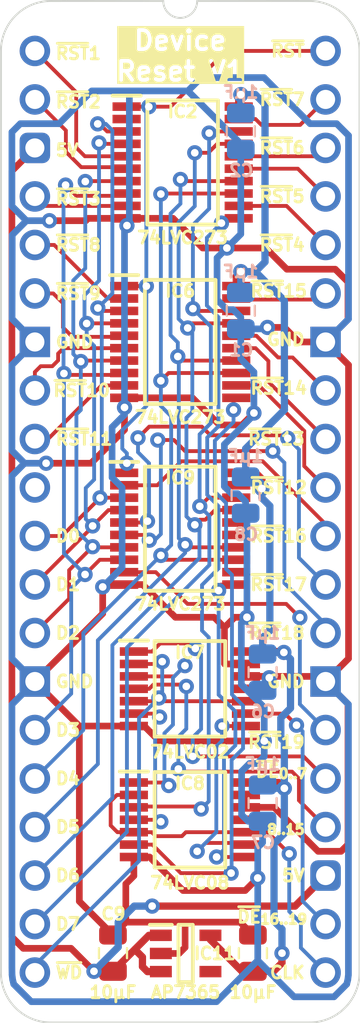
<source format=kicad_pcb>
(kicad_pcb (version 20240108) (generator "pcbnew") (generator_version "8.0")
  (title_block (title "Device Reset") (date "2024-02-15") (rev "V1"))
  (layers (0 "F.Cu" signal) (31 "B.Cu" signal) (34 "B.Paste" user) (35 "F.Paste" user) (36 "B.SilkS" user "B.Silkscreen") (37 "F.SilkS" user "F.Silkscreen") (38 "B.Mask" user) (39 "F.Mask" user) (44 "Edge.Cuts" user))
  (net 0 "")
  (net 1 "/3.3V")
  (net 2 "GND")
  (net 3 "5V")
  (net 4 "~{Reset}_{Device}3")
  (net 5 "D1")
  (net 6 "D6")
  (net 7 "D0")
  (net 8 "~{Reset}_{Device}2")
  (net 9 "~{Reset}_{Device}5")
  (net 10 "~{Reset}_{Device}6")
  (net 11 "~{Reset}")
  (net 13 "D3")
  (net 15 "D4")
  (net 16 "D2")
  (net 17 "~{Reset}_{Device}7")
  (net 18 "D5")
  (net 19 "~{Reset}_{Device}1")
  (net 20 "~{Reset}_{Device}4")
  (net 21 "D7")
  (net 22 "~{Reset}_{Device}9")
  (net 23 "~{Reset}_{Device}8")
  (net 24 "~{Reset}_{Device}10")
  (net 25 "~{Reset}_{Device}14")
  (net 26 "~{Reset}_{Device}12")
  (net 27 "~{Reset}_{Device}15")
  (net 28 "~{Reset}_{Device}13")
  (net 29 "~{Reset}_{Device}11")
  (net 30 "~{Device Enable}_{ 16..19}")
  (net 31 "~{WD}")
  (net 32 "~{Device Enable}_{ 1..7}")
  (net 33 "/Write Device Reset_{ 8..15}")
  (net 34 "/Write Device Reset_{ 16..19}")
  (net 37 "~{Device Enable}_{ 8..15}")
  (net 38 "~{CLK}")
  (net 39 "~{Reset}_{Device}16")
  (net 40 "~{Reset}_{Device}18")
  (net 46 "~{Reset}_{Device}19")
  (net 47 "/Write Device Reset_{ 1..7}")
  (net 48 "/Write Device Reset_{ 1..7}·~{CLK}")
  (net 49 "/Write Device Reset_{ 8..15}·~{CLK}")
  (net 50 "~{Reset}_{Device}17")
  (net 51 "/Write Device Reset_{ 16..19}·~{CLK}")
  (footprint "SamacSys_Parts:C_0805" (layer "F.Cu") (at 11.43 47.259085)
    (property "Reference" "C10" (hide yes))
    (property "Value" "10μF")
  )
  (footprint "SamacSys_Parts:SOT95P285X130-5N" (layer "F.Cu") (at 7.904 47.259085)
    (property "Reference" "IC11")
    (property "Value" "AP7365-33WG-7" (hide yes))
  )
  (footprint "SamacSys_Parts:SOP65P640X110-14N" (layer "F.Cu") (at 8.128 40.259)
    (property "Reference" "IC8")
    (property "Value" "74LVC08APW,112" (hide yes))
  )
  (footprint "SamacSys_Parts:SOP65P640X110-20N" (layer "F.Cu") (at 7.747 5.842)
    (property "Reference" "IC2")
    (property "Value" "74LVC273PW,118" (hide yes))
  )
  (footprint "SamacSys_Parts:DIP-40_Board_W15.24mm" (layer "F.Cu") (at 0 0)
    (property "Reference" "J4" (hide yes))
    (property "Value" "Conn_02x20_Counter_Clockwise" (hide yes))
    (fp_line (start -1.778 48.26) (end -1.778 0) (stroke (width 0.1)) (layer "Edge.Cuts"))
    (fp_line (start 6.731 -2.6162) (end 0.835732 -2.613732) (stroke (width 0.1)) (layer "Edge.Cuts"))
    (fp_line (start 14.404267 -2.613733) (end 8.509 -2.6162) (stroke (width 0.1)) (layer "Edge.Cuts"))
    (fp_line (start 14.404268 50.873732) (end 0.835733 50.873733) (stroke (width 0.1)) (layer "Edge.Cuts"))
    (fp_line (start 17.018 48.26) (end 17.017999 -0.000001) (stroke (width 0.1)) (layer "Edge.Cuts"))
    (fp_arc (start -1.778 0) (mid -1.012456 -1.848188) (end 0.835732 -2.613732) (stroke (width 0.1)) (layer "Edge.Cuts"))
    (fp_arc (start 0.835733 50.873733) (mid -1.012457 50.10819) (end -1.778 48.26) (stroke (width 0.1)) (layer "Edge.Cuts"))
    (fp_arc (start 8.509 -2.6162) (mid 7.62 -1.7272) (end 6.731 -2.6162) (stroke (width 0.1)) (layer "Edge.Cuts"))
    (fp_arc (start 14.404267 -2.613733) (mid 16.252448 -1.848183) (end 17.017999 -0.000001) (stroke (width 0.1)) (layer "Edge.Cuts"))
    (fp_arc (start 17.018 48.26) (mid 16.252456 50.108187) (end 14.404268 50.873732) (stroke (width 0.1)) (layer "Edge.Cuts"))
  )
  (footprint "SamacSys_Parts:C_0805" (layer "F.Cu") (at 4.094 47.259085)
    (property "Reference" "C9")
    (property "Value" "10μF")
  )
  (footprint "SamacSys_Parts:SOP65P640X110-20N" (layer "F.Cu") (at 7.62 15.24)
    (property "Reference" "IC6")
    (property "Value" "74LVC273PW,118" (hide yes))
  )
  (footprint "SamacSys_Parts:SOP65P640X110-20N" (layer "F.Cu") (at 7.62 25.019)
    (property "Reference" "IC9")
    (property "Value" "74LVC273PW,118" (hide yes))
  )
  (footprint "SamacSys_Parts:SOP65P640X110-14N" (layer "F.Cu") (at 8.128 33.401)
    (property "Reference" "IC7")
    (property "Value" "74LVC02APW,118" (hide yes))
  )
  (footprint "SamacSys_Parts:PinHeader_1x20_P2.54mm_Vertical" (layer "B.Cu") (at 15.24 0 180)
    (property "Reference" "J1" (hide yes))
    (property "Value" "Pin_Header_01x20" (hide yes))
  )
  (footprint "SamacSys_Parts:PinHeader_1x20_P2.54mm_Vertical" (layer "B.Cu") (at 0 0 180)
    (property "Reference" "J3" (hide yes))
    (property "Value" "Pin_Header_01x20" (hide yes))
  )
  (footprint "SamacSys_Parts:C_0805" (layer "B.Cu") (at 11.049 23.241)
    (property "Reference" "C8")
    (property "Value" "1μF")
  )
  (footprint "SamacSys_Parts:C_0805" (layer "B.Cu") (at 10.795 13.589)
    (property "Reference" "C1")
    (property "Value" "1μF")
  )
  (footprint "SamacSys_Parts:C_0805" (layer "B.Cu") (at 10.795 4.191)
    (property "Reference" "C2")
    (property "Value" "1μF")
  )
  (footprint "SamacSys_Parts:C_0805" (layer "B.Cu") (at 11.938 39.37)
    (property "Reference" "C7")
    (property "Value" "1μF")
  )
  (footprint "SamacSys_Parts:C_0805" (layer "B.Cu") (at 11.938 32.512)
    (property "Reference" "C6")
    (property "Value" "1μF")
  )
  (gr_text "~{RST}" (at 14.224 0 0) (layer "F.SilkS") (effects (font (size 0.635 0.635)) (justify right)))
  (gr_text "D1" (at 1.016 27.94 0) (layer "F.SilkS") (effects (font (size 0.635 0.635)) (justify left)))
  (gr_text "~{RST}6" (at 14.224 5.08 0) (layer "F.SilkS") (effects (font (size 0.635 0.635)) (justify right)))
  (gr_text "~{RST}14" (at 14.351 17.653 0) (layer "F.SilkS") (effects (font (size 0.635 0.635)) (justify right)))
  (gr_text "~{RST}8" (at 1.016 10.16 0) (layer "F.SilkS") (effects (font (size 0.635 0.635)) (justify left)))
  (gr_text "~{RST}1" (at 1.016 0.127 0) (layer "F.SilkS") (effects (font (size 0.635 0.635)) (justify left)))
  (gr_text "GND" (at 1.016 15.24 0) (layer "F.SilkS") (effects (font (size 0.635 0.635)) (justify left)))
  (gr_text "~{RST}7" (at 14.224 2.54 0) (layer "F.SilkS") (effects (font (size 0.635 0.635)) (justify right)))
  (gr_text "_{8..15}" (at 14.224 40.64 0) (layer "F.SilkS") (effects (font (size 0.635 0.635)) (justify right)))
  (gr_text "~{RST}4" (at 14.224 10.16 0) (layer "F.SilkS") (effects (font (size 0.635 0.635)) (justify right)))
  (gr_text "~{RST}15" (at 14.351 12.573 0) (layer "F.SilkS") (effects (font (size 0.635 0.635)) (justify right)))
  (gr_text "~{RST}12" (at 14.351 22.86 0) (layer "F.SilkS") (effects (font (size 0.635 0.635)) (justify right)))
  (gr_text "~{RST}5" (at 14.224 7.62 0) (layer "F.SilkS") (effects (font (size 0.635 0.635)) (justify right)))
  (gr_text "D3" (at 1.016 35.56 0) (layer "F.SilkS") (effects (font (size 0.635 0.635)) (justify left)))
  (gr_text "~{DE}_{0..7}" (at 14.351 37.719 0) (layer "F.SilkS") (effects (font (size 0.635 0.635)) (justify right)))
  (gr_text "GND" (at 14.224 33.02 0) (layer "F.SilkS") (effects (font (size 0.635 0.635)) (justify right)))
  (gr_text "~{RST}17" (at 14.351 27.94 0) (layer "F.SilkS") (effects (font (size 0.635 0.635)) (justify right)))
  (gr_text "D0" (at 1.016 25.4 0) (layer "F.SilkS") (effects (font (size 0.635 0.635)) (justify left)))
  (gr_text "~{WD}" (at 1.016 48.26 0) (layer "F.SilkS") (effects (font (size 0.635 0.635)) (justify left)))
  (gr_text "~{RST}13" (at 14.224 20.32 0) (layer "F.SilkS") (effects (font (size 0.635 0.635)) (justify right)))
  (gr_text "~{RST}9" (at 1.016 12.7 0) (layer "F.SilkS") (effects (font (size 0.635 0.635)) (justify left)))
  (gr_text "5V" (at 1.016 5.207 0) (layer "F.SilkS") (effects (font (size 0.635 0.635)) (justify left)))
  (gr_text "~{RST}3" (at 1.016 7.747 0) (layer "F.SilkS") (effects (font (size 0.635 0.635)) (justify left)))
  (gr_text "~{DE}_{16..19}" (at 14.351 45.339 0) (layer "F.SilkS") (effects (font (size 0.635 0.635)) (justify right)))
  (gr_text "CLK" (at 14.224 48.26 0) (layer "F.SilkS") (effects (font (size 0.635 0.635)) (justify right)))
  (gr_text "Device\nReset ${REVISION}" (at 7.62 1.651 0) (layer "F.SilkS" knockout) (effects (font (size 1 1) (thickness 0.2) (bold yes)) (justify bottom)))
  (gr_text "~{RST}19" (at 14.224 36.195 0) (layer "F.SilkS") (effects (font (size 0.635 0.635)) (justify right)))
  (gr_text "D5" (at 1.016 40.64 0) (layer "F.SilkS") (effects (font (size 0.635 0.635)) (justify left)))
  (gr_text "D2" (at 1.016 30.48 0) (layer "F.SilkS") (effects (font (size 0.635 0.635)) (justify left)))
  (gr_text "D4" (at 1.016 38.1 0) (layer "F.SilkS") (effects (font (size 0.635 0.635)) (justify left)))
  (gr_text "~{RST}11" (at 1.016 20.32 0) (layer "F.SilkS") (effects (font (size 0.635 0.635)) (justify left)))
  (gr_text "~{RST}10" (at 0.889 17.78 0) (layer "F.SilkS") (effects (font (size 0.635 0.635)) (justify left)))
  (gr_text "~{RST}18" (at 14.224 30.48 0) (layer "F.SilkS") (effects (font (size 0.635 0.635)) (justify right)))
  (gr_text "GND" (at 14.224 15.113 0) (layer "F.SilkS") (effects (font (size 0.635 0.635)) (justify right)))
  (gr_text "D6" (at 1.016 43.18 0) (layer "F.SilkS") (effects (font (size 0.635 0.635)) (justify left)))
  (gr_text "~{RST}2" (at 1.016 2.667 0) (layer "F.SilkS") (effects (font (size 0.635 0.635)) (justify left)))
  (gr_text "5V" (at 14.224 43.18 0) (layer "F.SilkS") (effects (font (size 0.635 0.635)) (justify right)))
  (gr_text "GND" (at 1.016 33.02 0) (layer "F.SilkS") (effects (font (size 0.635 0.635)) (justify left)))
  (gr_text "D7" (at 1.016 45.72 0) (layer "F.SilkS") (effects (font (size 0.635 0.635)) (justify left)))
  (gr_text "~{RST}16" (at 14.351 25.4 0) (layer "F.SilkS") (effects (font (size 0.635 0.635)) (justify right)))
  (segment (start 12.776411 38.309003) (end 11.066 38.309) (width 0.38) (layer "F.Cu") (net 1))
  (segment (start 13.053 31.496) (end 13.007999 31.451) (width 0.38) (layer "F.Cu") (net 1))
  (segment (start 10.795006 2.286) (end 10.685001 2.396006) (width 0.38) (layer "F.Cu") (net 1))
  (segment (start 10.558001 11.794) (end 10.795 11.557) (width 0.38) (layer "F.Cu") (net 1))
  (segment (start 13.007999 31.451) (end 11.066 31.451) (width 0.38) (layer "F.Cu") (net 1))
  (segment (start 12.954 47.244) (end 12.954 47.751999) (width 0.38) (layer "F.Cu") (net 1))
  (segment (start 9.204018 46.541991) (end 9.204 46.309085) (width 0.38) (layer "F.Cu") (net 1))
  (segment (start 11.90287 22.914427) (end 11.902878 22.418466) (width 0.38) (layer "F.Cu") (net 1))
  (segment (start 11.578396 22.094009) (end 10.558 22.094) (width 0.38) (layer "F.Cu") (net 1))
  (segment (start 10.85509 48.193071) (end 9.204018 46.541991) (width 0.38) (layer "F.Cu") (net 1))
  (segment (start 12.776411 38.309003) (end 13.078189 38.610775) (width 0.38) (layer "F.Cu") (net 1))
  (segment (start 10.685001 2.396006) (end 10.685 2.917) (width 0.38) (layer "F.Cu") (net 1))
  (segment (start 12.512916 48.193089) (end 11.623915 48.193085) (width 0.38) (layer "F.Cu") (net 1))
  (segment (start 12.954 47.751999) (end 12.512916 48.193089) (width 0.38) (layer "F.Cu") (net 1))
  (segment (start 10.558001 11.794) (end 10.558 12.315) (width 0.38) (layer "F.Cu") (net 1))
  (segment (start 10.85509 48.193071) (end 11.43 48.193085) (width 0.38) (layer "F.Cu") (net 1))
  (segment (start 11.578396 22.094009) (end 11.902878 22.418466) (width 0.38) (layer "F.Cu") (net 1))
  (via (at 11.90287 22.914427) (size 0.8) (drill 0.4) (layers "F.Cu" "B.Cu") (net 1))
  (via (at 13.053 31.496) (size 0.8) (drill 0.4) (layers "F.Cu" "B.Cu") (net 1))
  (via (at 13.078189 38.610775) (size 0.8) (drill 0.4) (layers "F.Cu" "B.Cu") (net 1))
  (via (at 10.795 11.557) (size 0.8) (drill 0.4) (layers "F.Cu" "B.Cu") (net 1))
  (via (at 10.795006 2.286) (size 0.8) (drill 0.4) (layers "F.Cu" "B.Cu") (net 1))
  (via (at 12.954 47.244) (size 0.8) (drill 0.4) (layers "F.Cu" "B.Cu") (net 1))
  (segment (start 11.048997 20.827999) (end 11.049 22.307) (width 0.38) (layer "B.Cu") (net 1))
  (segment (start 12.954 45.984108) (end 12.537492 45.5676) (width 0.38) (layer "B.Cu") (net 1))
  (segment (start 10.795006 2.286) (end 11.556999 2.286) (width 0.38) (layer "B.Cu") (net 1))
  (segment (start 12.893769 34.921919) (end 12.893743 35.966402) (width 0.38) (layer "B.Cu") (net 1))
  (segment (start 13.401363 31.844342) (end 13.401353 34.414315) (width 0.38) (layer "B.Cu") (net 1))
  (segment (start 11.811 11.303) (end 11.557001 11.557) (width 0.38) (layer "B.Cu") (net 1))
  (segment (start 12.954 47.244) (end 12.954 45.984108) (width 0.38) (layer "B.Cu") (net 1))
  (segment (start 11.90287 22.914427) (end 11.90289 23.40906) (width 0.38) (layer "B.Cu") (net 1))
  (segment (start 13.053 31.496) (end 12.319 31.496) (width 0.38) (layer "B.Cu") (net 1))
  (segment (start 12.319008 23.825197) (end 11.90289 23.40906) (width 0.38) (layer "B.Cu") (net 1))
  (segment (start 12.893769 34.921919) (end 13.401353 34.414315) (width 0.38) (layer "B.Cu") (net 1))
  (segment (start 11.557 11.557001) (end 10.795 11.557) (width 0.38) (layer "B.Cu") (net 1))
  (segment (start 10.795 11.557) (end 10.795 12.655) (width 0.38) (layer "B.Cu") (net 1))
  (segment (start 13.073451 38.608) (end 12.11 38.608) (width 0.38) (layer "B.Cu") (net 1))
  (segment (start 13.080999 13.081) (end 11.557 11.557001) (width 0.38) (layer "B.Cu") (net 1))
  (segment (start 13.078192 36.150838) (end 13.078189 38.610775) (width 0.38) (layer "B.Cu") (net 1))
  (segment (start 13.080999 13.081) (end 13.081 18.796) (width 0.38) (layer "B.Cu") (net 1))
  (segment (start 13.076801 38.609387) (end 13.075411 38.608004) (width 0.38) (layer "B.Cu") (net 1))
  (segment (start 11.938001 30.734) (end 11.938 31.578) (width 0.38) (layer "B.Cu") (net 1))
  (segment (start 13.073451 38.608) (end 13.075411 38.608004) (width 0.38) (layer "B.Cu") (net 1))
  (segment (start 13.078196 40.973013) (end 13.078189 38.610775) (width 0.38) (layer "B.Cu") (net 1))
  (segment (start 13.053 31.496) (end 13.401363 31.844342) (width 0.38) (layer "B.Cu") (net 1))
  (segment (start 13.081 18.796) (end 11.048997 20.827999) (width 0.38) (layer "B.Cu") (net 1))
  (segment (start 12.319008 23.825197) (end 12.319003 30.353001) (width 0.38) (layer "B.Cu") (net 1))
  (segment (start 10.795 2.286006) (end 10.795 3.257) (width 0.38) (layer "B.Cu") (net 1))
  (segment (start 12.064999 2.794) (end 12.065004 11.049001) (width 0.38) (layer "B.Cu") (net 1))
  (segment (start 12.065004 11.049001) (end 11.557001 11.557004) (width 0.38) (layer "B.Cu") (net 1))
  (segment (start 10.795 2.286006) (end 10.795006 2.286) (width 0.38) (layer "B.Cu") (net 1))
  (segment (start 13.076801 38.609387) (end 13.078189 38.610775) (width 0.38) (layer "B.Cu") (net 1))
  (segment (start 11.902857 22.671826) (end 11.538049 22.307) (width 0.38) (layer "B.Cu") (net 1))
  (segment (start 11.90287 22.914427) (end 11.902857 22.671826) (width 0.38) (layer "B.Cu") (net 1))
  (segment (start 12.064999 2.794) (end 11.556999 2.286) (width 0.38) (layer "B.Cu") (net 1))
  (segment (start 12.5375 41.513706) (end 13.078196 40.973013) (width 0.38) (layer "B.Cu") (net 1))
  (segment (start 11.938001 30.734) (end 12.319003 30.353001) (width 0.38) (layer "B.Cu") (net 1))
  (segment (start 13.078192 36.150838) (end 12.893743 35.966402) (width 0.38) (layer "B.Cu") (net 1))
  (segment (start 12.5375 41.513706) (end 12.537492 45.5676) (width 0.38) (layer "B.Cu") (net 1))
  (segment (start 16.415 14.064999) (end 16.414999 12.097) (width 0.35) (layer "F.Cu") (net 2))
  (segment (start 9.9385 32.083928) (end 9.938512 32.090994) (width 0.35) (layer "F.Cu") (net 2))
  (segment (start 9.680001 19.585997) (end 10.857743 19.585995) (width 0.35) (layer "F.Cu") (net 2))
  (segment (start 15.24 33.02) (end 16.414999 34.195) (width 0.35) (layer "F.Cu") (net 2))
  (segment (start 16.414999 12.097) (end 15.747999 11.43) (width 0.35) (layer "F.Cu") (net 2))
  (segment (start 9.938499 30.1935) (end 10.475991 29.655979) (width 0.35) (layer "F.Cu") (net 2))
  (segment (start 2.331001 35.351) (end 5.19 35.351) (width 0.35) (layer "F.Cu") (net 2))
  (segment (start 12.547299 39.608999) (end 11.066 39.609) (width 0.35) (layer "F.Cu") (net 2))
  (segment (start 10.755998 45.61909) (end 7.874003 45.619082) (width 0.35) (layer "F.Cu") (net 2))
  (segment (start 4.431 45.956085) (end 4.767995 45.619083) (width 0.35) (layer "F.Cu") (net 2))
  (segment (start 11.027651 43.963365) (end 7.768352 43.963354) (width 0.35) (layer "F.Cu") (net 2))
  (segment (start 4.699 18.669) (end 4.699 19.837399) (width 0.35) (layer "F.Cu") (net 2))
  (segment (start 7.558989 47.25906) (end 7.873997 46.944083) (width 0.35) (layer "F.Cu") (net 2))
  (segment (start 5.19 42.209) (end 5.19 43.196999) (width 0.35) (layer "F.Cu") (net 2))
  (segment (start 2.946398 21.590003) (end 0.589155 21.590002) (width 0.35) (layer "F.Cu") (net 2))
  (segment (start 4.094 46.293082) (end 2.331 44.530084) (width 0.35) (layer "F.Cu") (net 2))
  (segment (start 16.414999 34.195) (end 16.41501 41.551019) (width 0.35) (layer "F.Cu") (net 2))
  (segment (start 9.938499 30.1935) (end 9.9385 32.083928) (width 0.35) (layer "F.Cu") (net 2))
  (segment (start 12.024436 36.133844) (end 6.517444 36.133844) (width 0.35) (layer "F.Cu") (net 2))
  (segment (start 9.9435 32.096) (end 9.9485 32.100999) (width 0.35) (layer "F.Cu") (net 2))
  (segment (start 16.056015 41.91) (end 16.41501 41.551019) (width 0.35) (layer "F.Cu") (net 2))
  (segment (start 8.796252 10.320249) (end 10.066251 10.320251) (width 0.35) (layer "F.Cu") (net 2))
  (segment (start 6.013993 42.209013) (end 7.768352 43.963354) (width 0.35) (layer "F.Cu") (net 2))
  (segment (start 12.192 14.478) (end 13.081001 14.477995) (width 0.35) (layer "F.Cu") (net 2))
  (segment (start 12.360196 32.750994) (end 12.288473 32.822725) (width 0.35) (layer "F.Cu") (net 2))
  (segment (start 5.654 27.943998) (end 4.682 27.944) (width 0.35) (layer "F.Cu") (net 2))
  (segment (start 12.216756 32.750979) (end 12.288473 32.822725) (width 0.35) (layer "F.Cu") (net 2))
  (segment (start 9.9435 32.096) (end 9.938512 32.090994) (width 0.35) (layer "F.Cu") (net 2))
  (segment (start 13.843 15.239999) (end 13.081001 14.477995) (width 0.35) (layer "F.Cu") (net 2))
  (segment (start 2.946398 21.590003) (end 4.699 19.837399) (width 0.35) (layer "F.Cu") (net 2))
  (segment (start 2.331 35.350999) (end 0 33.02) (width 0.35) (layer "F.Cu") (net 2))
  (segment (start 4.094 46.293082) (end 4.768002 45.61909) (width 0.35) (layer "F.Cu") (net 2))
  (segment (start 16.442998 31.817) (end 15.24 33.02) (width 0.35) (layer "F.Cu") (net 2))
  (segment (start 2.794005 8.767011) (end 4.809 8.767) (width 0.35) (layer "F.Cu") (net 2))
  (segment (start 7.366004 29.655988) (end 5.654 27.943998) (width 0.35) (layer "F.Cu") (net 2))
  (segment (start 9.955571 32.101) (end 9.9485 32.100999) (width 0.35) (layer "F.Cu") (net 2))
  (segment (start 7.558989 47.25906) (end 6.604 47.259085) (width 0.35) (layer "F.Cu") (net 2))
  (segment (start 2.331 44.530084) (end 2.331 35.350999) (width 0.35) (layer "F.Cu") (net 2))
  (segment (start 3.556 28.067) (end 3.555997 29.463999) (width 0.35) (layer "F.Cu") (net 2))
  (segment (start 11.066 32.751) (end 11.066 32.101) (width 0.35) (layer "F.Cu") (net 2))
  (segment (start 11.066 39.609) (end 11.066 38.959) (width 0.35) (layer "F.Cu") (net 2))
  (segment (start 7.874003 45.619082) (end 4.767997 45.619087) (width 0.35) (layer "F.Cu") (net 2))
  (segment (start 12.216756 32.750979) (end 11.066 32.751) (width 0.35) (layer "F.Cu") (net 2))
  (segment (start 15.239991 15.239997) (end 16.442998 16.442999) (width 0.35) (layer "F.Cu") (net 2))
  (segment (start 16.442998 31.817) (end 16.442998 16.442999) (width 0.35) (layer "F.Cu") (net 2))
  (segment (start 9.400999 29.656) (end 9.938499 30.1935) (width 0.35) (layer "F.Cu") (net 2))
  (segment (start 7.874003 45.619082) (end 7.873997 46.944083) (width 0.35) (layer "F.Cu") (net 2))
  (segment (start 8.258999 18.165) (end 5.1945 18.165) (width 0.35) (layer "F.Cu") (net 2))
  (segment (start 12.098256 10.320236) (end 10.066251 10.320251) (width 0.35) (layer "F.Cu") (net 2))
  (segment (start 3.556 28.067) (end 3.679005 27.944011) (width 0.35) (layer "F.Cu") (net 2))
  (segment (start 13.843 15.239999) (end 15.239991 15.239997) (width 0.35) (layer "F.Cu") (net 2))
  (segment (start 10.475991 29.655979) (end 11.118506 29.656) (width 0.35) (layer "F.Cu") (net 2))
  (segment (start 10.857743 19.585995) (end 11.484185 18.959561) (width 0.35) (layer "F.Cu") (net 2))
  (segment (start 4.826 9.144) (end 4.826 8.784) (width 0.35) (layer "F.Cu") (net 2))
  (segment (start 7.366004 29.655988) (end 9.400999 29.656) (width 0.35) (layer "F.Cu") (net 2))
  (segment (start 10.755998 45.61909) (end 11.43 46.293085) (width 0.35) (layer "F.Cu") (net 2))
  (segment (start 2.794005 8.767011) (end 2.670999 8.89) (width 0.35) (layer "F.Cu") (net 2))
  (segment (start 4.681992 18.652003) (end 4.682 18.165) (width 0.35) (layer "F.Cu") (net 2))
  (segment (start 4.681992 18.652003) (end 4.699 18.669) (width 0.35) (layer "F.Cu") (net 2))
  (segment (start 16.415 14.064999) (end 15.239991 15.239997) (width 0.35) (layer "F.Cu") (net 2))
  (segment (start 9.680001 19.585997) (end 8.258999 18.165) (width 0.35) (layer "F.Cu") (net 2))
  (segment (start 11.066 32.101) (end 9.955571 32.101) (width 0.35) (layer "F.Cu") (net 2))
  (segment (start 2.670999 8.89) (end 0.762 8.89) (width 0.35) (layer "F.Cu") (net 2))
  (segment (start 11.683998 43.307002) (end 11.027651 43.963365) (width 0.35) (layer "F.Cu") (net 2))
  (segment (start 3.679005 27.944011) (end 4.682 27.944) (width 0.35) (layer "F.Cu") (net 2))
  (segment (start 7.242999 8.767) (end 8.796252 10.320249) (width 0.35) (layer "F.Cu") (net 2))
  (segment (start 6.517444 36.133844) (end 5.7346 35.351) (width 0.35) (layer "F.Cu") (net 2))
  (segment (start 12.360196 32.750994) (end 14.971 32.751) (width 0.35) (layer "F.Cu") (net 2))
  (segment (start 5.19 43.196999) (end 4.768001 43.619) (width 0.35) (layer "F.Cu") (net 2))
  (segment (start 7.242999 8.767) (end 4.809 8.767) (width 0.35) (layer "F.Cu") (net 2))
  (segment (start 12.547299 39.608999) (end 14.848288 41.910024) (width 0.35) (layer "F.Cu") (net 2))
  (segment (start 16.056015 41.91) (end 14.848288 41.910024) (width 0.35) (layer "F.Cu") (net 2))
  (segment (start 3.555997 29.463999) (end 0 33.02) (width 0.35) (layer "F.Cu") (net 2))
  (segment (start 4.768001 43.619) (end 4.767997 45.619087) (width 0.35) (layer "F.Cu") (net 2))
  (segment (start 5.19 42.209) (end 6.013993 42.209013) (width 0.35) (layer "F.Cu") (net 2))
  (segment (start 13.208006 11.429985) (end 12.098256 10.320236) (width 0.35) (layer "F.Cu") (net 2))
  (segment (start 15.747999 11.43) (end 13.208006 11.429985) (width 0.35) (layer "F.Cu") (net 2))
  (via (at 11.683998 43.307002) (size 0.8) (drill 0.4) (layers "F.Cu" "B.Cu") (net 2))
  (via (at 0.762 8.89) (size 0.8) (drill 0.4) (layers "F.Cu" "B.Cu") (net 2))
  (via (at 4.699 18.669) (size 0.8) (drill 0.4) (layers "F.Cu" "B.Cu") (net 2))
  (via (at 11.118506 29.656) (size 0.8) (drill 0.4) (layers "F.Cu" "B.Cu") (net 2))
  (via (at 10.066251 10.320251) (size 0.8) (drill 0.4) (layers "F.Cu" "B.Cu") (net 2))
  (via (at 12.024436 36.133844) (size 0.8) (drill 0.4) (layers "F.Cu" "B.Cu") (net 2))
  (via (at 0.589155 21.590002) (size 0.8) (drill 0.4) (layers "F.Cu" "B.Cu") (net 2))
  (via (at 4.826 9.144) (size 0.8) (drill 0.4) (layers "F.Cu" "B.Cu") (net 2))
  (via (at 11.484185 18.959561) (size 0.8) (drill 0.4) (layers "F.Cu" "B.Cu") (net 2))
  (via (at 12.192 14.478) (size 0.8) (drill 0.4) (layers "F.Cu" "B.Cu") (net 2))
  (via (at 3.556 28.067) (size 0.8) (drill 0.4) (layers "F.Cu" "B.Cu") (net 2))
  (via (at 12.288473 32.822725) (size 0.8) (drill 0.4) (layers "F.Cu" "B.Cu") (net 2))
  (segment (start 10.795 9.591501) (end 10.066251 10.320251) (width 0.35) (layer "B.Cu") (net 2))
  (segment (start -1.187999 9.637) (end -1.195499 14.029499) (width 0.35) (layer "B.Cu") (net 2))
  (segment (start 12.114987 14.554971) (end 12.192 14.478) (width 0.35) (layer "B.Cu") (net 2))
  (segment (start 4.699 19.05) (end 4.046992 19.702007) (width 0.35) (layer "B.Cu") (net 2))
  (segment (start 10.308193 23.181992) (end 10.634395 23.182011) (width 0.35) (layer "B.Cu") (net 2))
  (segment (start 10.794998 13.9446) (end 10.399301 13.548913) (width 0.35) (layer "B.Cu") (net 2))
  (segment (start 11.04899 23.596604) (end 10.634395 23.182011) (width 0.35) (layer "B.Cu") (net 2))
  (segment (start 10.838 39.9972) (end 11.1768 40.336) (width 0.35) (layer "B.Cu") (net 2))
  (segment (start -0.761999 3.810001) (end -1.202999 4.251001) (width 0.35) (layer "B.Cu") (net 2))
  (segment (start 10.795 14.555) (end 10.794998 13.9446) (width 0.35) (layer "B.Cu") (net 2))
  (segment (start 4.826 9.144) (end 4.699001 9.271) (width 0.35) (layer "B.Cu") (net 2))
  (segment (start 9.550386 10.836096) (end 10.066251 10.320251) (width 0.35) (layer "B.Cu") (net 2))
  (segment (start 10.82302 29.951486) (end 11.118506 29.656) (width 0.35) (layer "B.Cu") (net 2))
  (segment (start 1.269999 3.809998) (end -0.761999 3.810001) (width 0.35) (layer "B.Cu") (net 2))
  (segment (start -0.188737 49.783998) (end -1.107274 48.865461) (width 0.35) (layer "B.Cu") (net 2))
  (segment (start 11.683998 43.307002) (end 11.683998 41.706803) (width 0.35) (layer "B.Cu") (net 2))
  (segment (start -1.202998 22.253005) (end -0.539995 21.590002) (width 0.35) (layer "B.Cu") (net 2))
  (segment (start 15.8217 3.81) (end 16.442999 4.431298) (width 0.35) (layer "B.Cu") (net 2))
  (segment (start -1.202998 20.926998) (end -0.539996 21.59) (width 0.35) (layer "B.Cu") (net 2))
  (segment (start 12.024436 36.133844) (end 12.024436 36.946764) (width 0.35) (layer "B.Cu") (net 2))
  (segment (start 16.442998 14.037) (end 15.24 15.24) (width 0.35) (layer "B.Cu") (net 2))
  (segment (start 4.826 9.144) (end 4.953001 9.017) (width 0.35) (layer "B.Cu") (net 2))
  (segment (start 13.589001 49.529998) (end 11.683999 47.624997) (width 0.35) (layer "B.Cu") (net 2))
  (segment (start 11.6586 37.3126) (end 11.2522 37.3126) (width 0.35) (layer "B.Cu") (net 2))
  (segment (start 10.838 37.7268) (end 10.838 39.9972) (width 0.35) (layer "B.Cu") (net 2))
  (segment (start 12.014198 1.397002) (end 14.427193 3.810017) (width 0.35) (layer "B.Cu") (net 2))
  (segment (start -1.202998 22.253005) (end -1.202997 31.816999) (width 0.35) (layer "B.Cu") (net 2))
  (segment (start 16.436212 34.21622) (end 16.436216 48.378712) (width 0.35) (layer "B.Cu") (net 2))
  (segment (start 10.82302 33.174991) (end 10.82302 29.951486) (width 0.35) (layer "B.Cu") (net 2))
  (segment (start 8.149884 2.220346) (end 10.795 4.865462) (width 0.35) (layer "B.Cu") (net 2))
  (segment (start 11.1768 40.336) (end 11.938 40.336) (width 0.35) (layer "B.Cu") (net 2))
  (segment (start -1.196218 48.378696) (end -1.20227 48.010669) (width 0.35) (layer "B.Cu") (net 2))
  (segment (start 4.046992 22.334992) (end 4.572002 22.859999) (width 0.35) (layer "B.Cu") (net 2))
  (segment (start 10.073099 13.548894) (end 10.399301 13.548913) (width 0.35) (layer "B.Cu") (net 2))
  (segment (start 10.308193 23.181992) (end 9.934008 22.807806) (width 0.35) (layer "B.Cu") (net 2))
  (segment (start 12.014198 1.397002) (end 8.72353 1.396979) (width 0.35) (layer "B.Cu") (net 2))
  (segment (start 15.8217 3.81) (end 14.427193 3.810017) (width 0.35) (layer "B.Cu") (net 2))
  (segment (start 10.795 14.555) (end 10.794989 16.129004) (width 0.35) (layer "B.Cu") (net 2))
  (segment (start 10.795 9.591501) (end 10.795 5.157) (width 0.35) (layer "B.Cu") (net 2))
  (segment (start -1.202998 8.127998) (end -1.202999 4.251001) (width 0.35) (layer "B.Cu") (net 2))
  (segment (start 16.442999 4.431298) (end 16.442998 14.037) (width 0.35) (layer "B.Cu") (net 2))
  (segment (start 12.288473 32.822725) (end 11.938 33.173198) (width 0.35) (layer "B.Cu") (net 2))
  (segment (start -1.202997 31.816999) (end 0.000003 33.02) (width 0.35) (layer "B.Cu") (net 2))
  (segment (start -1.202998 8.127998) (end -0.440999 8.889999) (width 0.35) (layer "B.Cu") (net 2))
  (segment (start 10.794989 16.129004) (end 11.484189 16.818183) (width 0.35) (layer "B.Cu") (net 2))
  (segment (start 16.406088 48.626848) (end 16.347276 48.865459) (width 0.35) (layer "B.Cu") (net 2))
  (segment (start 2.9845 2.0955) (end 1.269999 3.809998) (width 0.35) (layer "B.Cu") (net 2))
  (segment (start 4.572 27.050999) (end 3.556 28.067) (width 0.35) (layer "B.Cu") (net 2))
  (segment (start -1.202998 20.926998) (end -1.202999 16.443) (width 0.35) (layer "B.Cu") (net 2))
  (segment (start 11.2522 37.3126) (end 10.838 37.7268) (width 0.35) (layer "B.Cu") (net 2))
  (segment (start 4.699 19.05) (end 4.699 18.669) (width 0.35) (layer "B.Cu") (net 2))
  (segment (start 0.589155 21.590002) (end -0.539996 21.590001) (width 0.35) (layer "B.Cu") (net 2))
  (segment (start -1.202999 34.223) (end 0.000003 33.02) (width 0.35) (layer "B.Cu") (net 2))
  (segment (start 12.024436 36.133844) (end 12.024436 34.376407) (width 0.35) (layer "B.Cu") (net 2))
  (segment (start 15.682742 49.530021) (end 13.589001 49.529998) (width 0.35) (layer "B.Cu") (net 2))
  (segment (start 16.436212 34.21622) (end 15.24 33.02) (width 0.35) (layer "B.Cu") (net 2))
  (segment (start 10.795 14.555) (end 12.114987 14.554971) (width 0.35) (layer "B.Cu") (net 2))
  (segment (start 11.484197 19.053784) (end 9.933994 20.603962) (width 0.35) (layer "B.Cu") (net 2))
  (segment (start 9.550404 13.026207) (end 9.550386 10.836096) (width 0.35) (layer "B.Cu") (net 2))
  (segment (start 9.524999 49.783997) (end 11.683999 47.624997) (width 0.35) (layer "B.Cu") (net 2))
  (segment (start 0 15.24) (end -1.195499 14.029499) (width 0.35) (layer "B.Cu") (net 2))
  (segment (start 12.024436 36.946764) (end 11.6586 37.3126) (width 0.35) (layer "B.Cu") (net 2))
  (segment (start 4.699001 9.271) (end 4.699 18.669) (width 0.35) (layer "B.Cu") (net 2))
  (segment (start 8.025047 2.095505) (end 8.72353 1.396979) (width 0.35) (layer "B.Cu") (net 2))
  (segment (start 11.118506 29.656) (end 11.118506 24.276506) (width 0.35) (layer "B.Cu") (net 2))
  (segment (start 11.683999 47.624997) (end 11.683999 43.307003) (width 0.35) (layer "B.Cu") (net 2))
  (segment (start 16.347276 48.865459) (end 16.347275 48.865461) (width 0.35) (layer "B.Cu") (net 2))
  (segment (start -1.166087 48.626848) (end -1.107274 48.865461) (width 0.35) (layer "B.Cu") (net 2))
  (segment (start 11.938001 41.4528) (end 11.938 40.336) (width 0.35) (layer "B.Cu") (net 2))
  (segment (start 9.934008 22.807806) (end 9.933994 20.603962) (width 0.35) (layer "B.Cu") (net 2))
  (segment (start -0.440999 8.889999) (end 0.762 8.89) (width 0.35) (layer "B.Cu") (net 2))
  (segment (start -0.188737 49.783998) (end 9.524999 49.783997) (width 0.35) (layer "B.Cu") (net 2))
  (segment (start 4.046992 22.334992) (end 4.046992 19.702007) (width 0.35) (layer "B.Cu") (net 2))
  (segment (start -1.187999 9.637) (end -0.440999 8.89) (width 0.35) (layer "B.Cu") (net 2))
  (segment (start 16.436216 48.378712) (end 16.406088 48.626848) (width 0.35) (layer "B.Cu") (net 2))
  (segment (start 11.484197 19.053784) (end 11.484185 18.959561) (width 0.35) (layer "B.Cu") (net 2))
  (segment (start 11.683999 43.307003) (end 11.683998 43.307002) (width 0.35) (layer "B.Cu") (net 2))
  (segment (start -1.202999 16.443) (end 0 15.24) (width 0.35) (layer "B.Cu") (net 2))
  (segment (start 11.683998 41.706803) (end 11.938001 41.4528) (width 0.35) (layer "B.Cu") (net 2))
  (segment (start 8.025047 2.095505) (end 8.149884 2.220346) (width 0.35) (layer "B.Cu") (net 2))
  (segment (start -1.202999 34.223) (end -1.20227 48.010669) (width 0.35) (layer "B.Cu") (net 2))
  (segment (start 16.347275 48.865461) (end 15.682742 49.530021) (width 0.35) (layer "B.Cu") (net 2))
  (segment (start 4.572 27.050999) (end 4.572002 22.859999) (width 0.35) (layer "B.Cu") (net 2))
  (segment (start 8.025047 2.095505) (end 2.9845 2.0955) (width 0.35) (layer "B.Cu") (net 2))
  (segment (start -1.196218 48.378696) (end -1.166087 48.626848) (width 0.35) (layer "B.Cu") (net 2))
  (segment (start 9.550404 13.026207) (end 10.073099 13.548894) (width 0.35) (layer "B.Cu") (net 2))
  (segment (start 4.953001 9.017) (end 4.953 2.0955) (width 0.35) (layer "B.Cu") (net 2))
  (segment (start 11.484185 18.959561) (end 11.484189 16.818183) (width 0.35) (layer "B.Cu") (net 2))
  (segment (start 11.04899 23.596604) (end 11.049 24.003001) (width 0.35) (layer "B.Cu") (net 2))
  (segment (start 12.024436 34.376407) (end 10.82302 33.174991) (width 0.35) (layer "B.Cu") (net 2))
  (segment (start 5.239342 47.047743) (end 5.638983 47.447408) (width 0.38) (layer "F.Cu") (net 3))
  (segment (start 13.640918 44.77909) (end 6.14791 44.779084) (width 0.38) (layer "F.Cu") (net 3))
  (segment (start 5.239342 47.047743) (end 5.978 46.309086) (width 0.38) (layer "F.Cu") (net 3))
  (segment (start 5.978 46.309086) (end 6.604 46.309085) (width 0.38) (layer "F.Cu") (net 3))
  (segment (start -1.202999 46.396599) (end -0.609599 46.989999) (width 0.35) (layer "F.Cu") (net 3))
  (segment (start 5.638983 47.447408) (end 5.638999 47.949085) (width 0.38) (layer "F.Cu") (net 3))
  (segment (start 1.895711 46.989999) (end 3.098796 48.193085) (width 0.35) (layer "F.Cu") (net 3))
  (segment (start -1.202999 6.283) (end 0 5.08) (width 0.35) (layer "F.Cu") (net 3))
  (segment (start 4.094 48.193085) (end 3.098796 48.193085) (width 0.38) (layer "F.Cu") (net 3))
  (segment (start -1.202999 6.283) (end -1.202999 46.396599) (width 0.35) (layer "F.Cu") (net 3))
  (segment (start 5.89901 48.209059) (end 6.604 48.209085) (width 0.38) (layer "F.Cu") (net 3))
  (segment (start -0.609599 46.989999) (end 1.895711 46.989999) (width 0.35) (layer "F.Cu") (net 3))
  (segment (start 5.89901 48.209059) (end 5.638999 47.949085) (width 0.38) (layer "F.Cu") (net 3))
  (segment (start 5.239342 47.047743) (end 4.094 48.193085) (width 0.38) (layer "F.Cu") (net 3))
  (segment (start 13.640918 44.77909) (end 15.24 43.18) (width 0.38) (layer "F.Cu") (net 3))
  (via (at 6.14791 44.779084) (size 0.8) (drill 0.4) (layers "F.Cu" "B.Cu") (net 3))
  (via (at 3.098796 48.193085) (size 0.8) (drill 0.4) (layers "F.Cu" "B.Cu") (net 3))
  (segment (start 4.3688 46.92308) (end 3.098796 48.193085) (width 0.38) (layer "B.Cu") (net 3))
  (segment (start 5.208114 44.779079) (end 4.368796 45.618399) (width 0.38) (layer "B.Cu") (net 3))
  (segment (start 6.14791 44.779084) (end 5.208114 44.779079) (width 0.38) (layer "B.Cu") (net 3))
  (segment (start 4.3688 46.92308) (end 4.368796 45.618399) (width 0.38) (layer "B.Cu") (net 3))
  (segment (start 0.497 8.116999) (end 4.809 8.117) (width 0.2) (layer "F.Cu") (net 4))
  (segment (start 0.497 8.116999) (end 0 7.62) (width 0.2) (layer "F.Cu") (net 4))
  (segment (start 2.727926 14.265) (end 2.722882 14.26499) (width 0.2) (layer "F.Cu") (net 5))
  (segment (start 2.719322 14.268564) (end 2.722882 14.26499) (width 0.2) (layer "F.Cu") (net 5))
  (segment (start 3.856422 24.043996) (end 4.682 24.044) (width 0.2) (layer "F.Cu") (net 5))
  (segment (start 3.413012 4.866996) (end 4.809 4.867) (width 0.2) (layer "F.Cu") (net 5))
  (segment (start 2.715758 14.272128) (end 2.719322 14.268564) (width 0.2) (layer "F.Cu") (net 5))
  (segment (start 3.028212 24.872212) (end 3.856422 24.043996) (width 0.2) (layer "F.Cu") (net 5))
  (segment (start 3.36301 4.817) (end 3.413012 4.866996) (width 0.2) (layer "F.Cu") (net 5))
  (segment (start 3.028212 24.911788) (end 0 27.94) (width 0.2) (layer "F.Cu") (net 5))
  (segment (start 2.727926 14.265) (end 4.682 14.265) (width 0.2) (layer "F.Cu") (net 5))
  (segment (start 3.028212 24.872212) (end 3.028212 24.911788) (width 0.2) (layer "F.Cu") (net 5))
  (via (at 2.715758 14.272128) (size 0.8) (drill 0.4) (layers "F.Cu" "B.Cu") (net 5))
  (via (at 3.028212 24.872212) (size 0.8) (drill 0.4) (layers "F.Cu" "B.Cu") (net 5))
  (via (at 3.36301 4.817) (size 0.8) (drill 0.4) (layers "F.Cu" "B.Cu") (net 5))
  (segment (start 2.601998 12.790399) (end 3.363008 12.029388) (width 0.2) (layer "B.Cu") (net 5))
  (segment (start 2.666994 24.511002) (end 2.666997 22.886049) (width 0.2) (layer "B.Cu") (net 5))
  (segment (start 2.602013 14.158364) (end 2.715758 14.272128) (width 0.2) (layer "B.Cu") (net 5))
  (segment (start 2.715758 15.051795) (end 3.107163 15.4432) (width 0.2) (layer "B.Cu") (net 5))
  (segment (start 3.107159 22.445886) (end 3.107163 15.4432) (width 0.2) (layer "B.Cu") (net 5))
  (segment (start 2.715758 14.272128) (end 2.715758 15.051795) (width 0.2) (layer "B.Cu") (net 5))
  (segment (start 3.028212 24.872212) (end 2.666994 24.511002) (width 0.2) (layer "B.Cu") (net 5))
  (segment (start 2.666997 22.886049) (end 3.107159 22.445886) (width 0.2) (layer "B.Cu") (net 5))
  (segment (start 3.36301 4.817) (end 3.363008 12.029388) (width 0.2) (layer "B.Cu") (net 5))
  (segment (start 2.601998 12.790399) (end 2.602013 14.158364) (width 0.2) (layer "B.Cu") (net 5))
  (segment (start 8.255555 14.264986) (end 10.558 14.265) (width 0.2) (layer "F.Cu") (net 6))
  (segment (start 8.935115 24.547774) (end 8.650726 24.547756) (width 0.2) (layer "F.Cu") (net 6))
  (segment (start 8.650726 24.547756) (end 8.385127 24.813366) (width 0.2) (layer "F.Cu") (net 6))
  (segment (start 8.011503 14.509058) (end 8.255555 14.264986) (width 0.2) (layer "F.Cu") (net 6))
  (segment (start 9.560949 4.867017) (end 10.685 4.867) (width 0.2) (layer "F.Cu") (net 6))
  (segment (start 8.935115 24.547774) (end 9.438878 24.044005) (width 0.2) (layer "F.Cu") (net 6))
  (segment (start 9.093947 5.334012) (end 8.382 5.334) (width 0.2) (layer "F.Cu") (net 6))
  (segment (start 9.093947 5.334012) (end 9.560949 4.867017) (width 0.2) (layer "F.Cu") (net 6))
  (segment (start 9.438878 24.044005) (end 10.558 24.044) (width 0.2) (layer "F.Cu") (net 6))
  (via (at 8.382 5.334) (size 0.8) (drill 0.4) (layers "F.Cu" "B.Cu") (net 6))
  (via (at 8.011503 14.509058) (size 0.8) (drill 0.4) (layers "F.Cu" "B.Cu") (net 6))
  (via (at 8.385127 24.813366) (size 0.8) (drill 0.4) (layers "F.Cu" "B.Cu") (net 6))
  (segment (start 8.628001 26.550999) (end 4.063999 31.114999) (width 0.2) (layer "B.Cu") (net 6))
  (segment (start 8.382 5.334) (end 8.381997 8.127998) (width 0.2) (layer "B.Cu") (net 6))
  (segment (start 4.063999 31.114999) (end 4.063999 39.115999) (width 0.2) (layer "B.Cu") (net 6))
  (segment (start 8.628001 26.550999) (end 8.62801 25.056236) (width 0.2) (layer "B.Cu") (net 6))
  (segment (start 8.254994 18.8976) (end 8.254982 14.752562) (width 0.2) (layer "B.Cu") (net 6))
  (segment (start 8.62801 25.056236) (end 8.385127 24.813366) (width 0.2) (layer "B.Cu") (net 6))
  (segment (start 8.011503 14.509058) (end 8.254982 14.752562) (width 0.2) (layer "B.Cu") (net 6))
  (segment (start 7.945162 24.3734) (end 8.385127 24.813366) (width 0.2) (layer "B.Cu") (net 6))
  (segment (start 7.53429 14.031843) (end 7.534292 8.975712) (width 0.2) (layer "B.Cu") (net 6))
  (segment (start 7.945158 19.207436) (end 7.945162 24.3734) (width 0.2) (layer "B.Cu") (net 6))
  (segment (start 7.534292 8.975712) (end 8.381997 8.127998) (width 0.2) (layer "B.Cu") (net 6))
  (segment (start 4.063999 39.115999) (end 0 43.18) (width 0.2) (layer "B.Cu") (net 6))
  (segment (start 7.53429 14.031843) (end 8.011503 14.509058) (width 0.2) (layer "B.Cu") (net 6))
  (segment (start 7.945158 19.207436) (end 8.254994 18.8976) (width 0.2) (layer "B.Cu") (net 6))
  (segment (start 1.420355 25.399999) (end 0 25.4) (width 0.2) (layer "F.Cu") (net 7))
  (segment (start 3.392652 3.819365) (end 3.293846 3.819392) (width 0.2) (layer "F.Cu") (net 7))
  (segment (start 3.426361 23.394012) (end 3.417 23.403356) (width 0.2) (layer "F.Cu") (net 7))
  (segment (start 3.432971 23.394) (end 4.682 23.394) (width 0.2) (layer "F.Cu") (net 7))
  (segment (start 3.790255 4.216987) (end 4.809 4.217) (width 0.2) (layer "F.Cu") (net 7))
  (segment (start 3.417 23.403356) (end 1.420355 25.399999) (width 0.2) (layer "F.Cu") (net 7))
  (segment (start 3.392652 3.819365) (end 3.790255 4.216987) (width 0.2) (layer "F.Cu") (net 7))
  (segment (start 3.45501 13.614999) (end 3.302 13.46199) (width 0.2) (layer "F.Cu") (net 7))
  (segment (start 3.45501 13.614999) (end 4.682 13.615) (width 0.2) (layer "F.Cu") (net 7))
  (segment (start 3.432971 23.394) (end 3.426361 23.394012) (width 0.2) (layer "F.Cu") (net 7))
  (via (at 3.417 23.403356) (size 0.8) (drill 0.4) (layers "F.Cu" "B.Cu") (net 7))
  (via (at 3.302 13.46199) (size 0.8) (drill 0.4) (layers "F.Cu" "B.Cu") (net 7))
  (via (at 3.293846 3.819392) (size 0.8) (drill 0.4) (layers "F.Cu" "B.Cu") (net 7))
  (segment (start 4.063008 12.700978) (end 4.063009 4.16461) (width 0.2) (layer "B.Cu") (net 7))
  (segment (start 3.717798 3.819375) (end 4.063009 4.16461) (width 0.2) (layer "B.Cu") (net 7))
  (segment (start 3.717798 3.819375) (end 3.293846 3.819392) (width 0.2) (layer "B.Cu") (net 7))
  (segment (start 3.507146 13.667159) (end 3.302 13.46199) (width 0.2) (layer "B.Cu") (net 7))
  (segment (start 4.063008 12.700978) (end 3.302 13.46199) (width 0.2) (layer "B.Cu") (net 7))
  (segment (start 3.507146 13.667159) (end 3.507145 23.313186) (width 0.2) (layer "B.Cu") (net 7))
  (segment (start 3.417 23.403356) (end 3.507145 23.313186) (width 0.2) (layer "B.Cu") (net 7))
  (segment (start 1.625597 4.165601) (end 0 2.54) (width 0.2) (layer "F.Cu") (net 8))
  (segment (start 2.430362 6.087956) (end 1.6256 5.283199) (width 0.2) (layer "F.Cu") (net 8))
  (segment (start 2.430362 6.087956) (end 4.72996 6.08796) (width 0.2) (layer "F.Cu") (net 8))
  (segment (start 1.625597 4.165601) (end 1.6256 5.283199) (width 0.2) (layer "F.Cu") (net 8))
  (segment (start 13.786999 6.167) (end 10.685 6.167) (width 0.2) (layer "F.Cu") (net 9))
  (segment (start 13.786999 6.167) (end 15.24 7.62) (width 0.2) (layer "F.Cu") (net 9))
  (segment (start 14.803 5.517) (end 10.685 5.517) (width 0.2) (layer "F.Cu") (net 10))
  (segment (start 5.968158 2.917) (end 4.809 2.917) (width 0.2) (layer "F.Cu") (net 11))
  (segment (start 7.113367 2.919643) (end 5.972658 2.919636) (width 0.2) (layer "F.Cu") (net 11))
  (segment (start 5.843936 12.315908) (end 5.843033 12.314987) (width 0.2) (layer "F.Cu") (net 11))
  (segment (start 10.033003 0.000008) (end 7.113367 2.919643) (width 0.2) (layer "F.Cu") (net 11))
  (segment (start 4.682 21.729993) (end 4.682 22.094) (width 0.2) (layer "F.Cu") (net 11))
  (segment (start 4.682 21.729993) (end 4.821993 21.59) (width 0.2) (layer "F.Cu") (net 11))
  (segment (start 5.843936 12.315908) (end 5.844844 12.316816) (width 0.2) (layer "F.Cu") (net 11))
  (segment (start 5.97134 2.918318) (end 5.972658 2.919636) (width 0.2) (layer "F.Cu") (net 11))
  (segment (start 5.97134 2.918318) (end 5.970016 2.917013) (width 0.2) (layer "F.Cu") (net 11))
  (segment (start 10.033003 0.000008) (end 15.24 0) (width 0.2) (layer "F.Cu") (net 11))
  (segment (start 5.841743 12.315) (end 5.843033 12.314987) (width 0.2) (layer "F.Cu") (net 11))
  (segment (start 5.968158 2.917) (end 5.970016 2.917013) (width 0.2) (layer "F.Cu") (net 11))
  (segment (start 5.841743 12.315) (end 4.682 12.315) (width 0.2) (layer "F.Cu") (net 11))
  (via (at 5.972658 2.919636) (size 0.8) (drill 0.4) (layers "F.Cu" "B.Cu") (net 11))
  (via (at 5.844844 12.316816) (size 0.8) (drill 0.4) (layers "F.Cu" "B.Cu") (net 11))
  (via (at 4.821993 21.59) (size 0.8) (drill 0.4) (layers "F.Cu" "B.Cu") (net 11))
  (segment (start 5.844844 12.316816) (end 5.844842 18.596094) (width 0.2) (layer "B.Cu") (net 11))
  (segment (start 5.844842 3.047449) (end 5.972658 2.919636) (width 0.2) (layer "B.Cu") (net 11))
  (segment (start 4.821994 21.065992) (end 4.821993 21.59) (width 0.2) (layer "B.Cu") (net 11))
  (segment (start 5.844842 3.047449) (end 5.844844 12.316816) (width 0.2) (layer "B.Cu") (net 11))
  (segment (start 4.583999 19.856939) (end 4.584006 20.827997) (width 0.2) (layer "B.Cu") (net 11))
  (segment (start 4.583999 19.856939) (end 5.844842 18.596094) (width 0.2) (layer "B.Cu") (net 11))
  (segment (start 4.584006 20.827997) (end 4.821994 21.065992) (width 0.2) (layer "B.Cu") (net 11))
  (segment (start 2.171981 7.587957) (end 1.609649 7.025629) (width 0.2) (layer "F.Cu") (net 13))
  (segment (start 2.171981 7.587957) (end 4.68804 7.58796) (width 0.2) (layer "F.Cu") (net 13))
  (segment (start 1.598008 16.965002) (end 1.524004 16.891004) (width 0.2) (layer "F.Cu") (net 13))
  (segment (start 3.402894 26.644006) (end 2.631444 27.415447) (width 0.2) (layer "F.Cu") (net 13))
  (segment (start 3.402894 26.644006) (end 4.682 26.644) (width 0.2) (layer "F.Cu") (net 13))
  (segment (start 1.598008 16.965002) (end 4.581994 16.965006) (width 0.2) (layer "F.Cu") (net 13))
  (via (at 1.609649 7.025629) (size 0.8) (drill 0.4) (layers "F.Cu" "B.Cu") (net 13))
  (via (at 2.631444 27.415447) (size 0.8) (drill 0.4) (layers "F.Cu" "B.Cu") (net 13))
  (via (at 1.524004 16.891004) (size 0.8) (drill 0.4) (layers "F.Cu" "B.Cu") (net 13))
  (segment (start 1.524004 16.891004) (end 1.524004 26.308006) (width 0.2) (layer "B.Cu") (net 13))
  (segment (start 1.501593 16.868611) (end 1.524004 16.891004) (width 0.2) (layer "B.Cu") (net 13))
  (segment (start 1.501584 7.133662) (end 1.609649 7.025629) (width 0.2) (layer "B.Cu") (net 13))
  (segment (start 1.904996 33.655002) (end 0 35.56) (width 0.2) (layer "B.Cu") (net 13))
  (segment (start 1.501593 16.868611) (end 1.501584 7.133662) (width 0.2) (layer "B.Cu") (net 13))
  (segment (start 1.904997 28.141894) (end 1.904996 33.655002) (width 0.2) (layer "B.Cu") (net 13))
  (segment (start 2.631444 27.415447) (end 1.524004 26.308006) (width 0.2) (layer "B.Cu") (net 13))
  (segment (start 1.904997 28.141894) (end 2.631444 27.415447) (width 0.2) (layer "B.Cu") (net 13))
  (segment (start 6.630003 7.467007) (end 10.685 7.467) (width 0.2) (layer "F.Cu") (net 15))
  (segment (start 6.604 7.493) (end 6.630003 7.467007) (width 0.2) (layer "F.Cu") (net 15))
  (segment (start 6.832 26.643999) (end 6.604 26.416) (width 0.2) (layer "F.Cu") (net 15))
  (segment (start 10.558 16.865) (end 7.011004 16.865) (width 0.2) (layer "F.Cu") (net 15))
  (segment (start 7.011004 16.865) (end 6.604004 17.272) (width 0.2) (layer "F.Cu") (net 15))
  (segment (start 6.832 26.643999) (end 10.558 26.644) (width 0.2) (layer "F.Cu") (net 15))
  (via (at 6.604004 17.272) (size 0.8) (drill 0.4) (layers "F.Cu" "B.Cu") (net 15))
  (via (at 6.604 7.493) (size 0.8) (drill 0.4) (layers "F.Cu" "B.Cu") (net 15))
  (via (at 6.604 26.416) (size 0.8) (drill 0.4) (layers "F.Cu" "B.Cu") (net 15))
  (segment (start 2.539999 30.479999) (end 6.604 26.416) (width 0.2) (layer "B.Cu") (net 15))
  (segment (start 6.604 7.493) (end 6.604 17.271996) (width 0.2) (layer "B.Cu") (net 15))
  (segment (start 2.539999 35.559999) (end 0 38.1) (width 0.2) (layer "B.Cu") (net 15))
  (segment (start 7.145161 19.133961) (end 6.604004 18.592804) (width 0.2) (layer "B.Cu") (net 15))
  (segment (start 6.604004 18.592804) (end 6.604004 17.272) (width 0.2) (layer "B.Cu") (net 15))
  (segment (start 7.145161 25.874838) (end 7.145161 19.133961) (width 0.2) (layer "B.Cu") (net 15))
  (segment (start 6.604 26.416) (end 7.145161 25.874838) (width 0.2) (layer "B.Cu") (net 15))
  (segment (start 2.539999 35.559999) (end 2.539999 30.479999) (width 0.2) (layer "B.Cu") (net 15))
  (segment (start 6.604 17.271996) (end 6.604004 17.272) (width 0.2) (layer "B.Cu") (net 15))
  (segment (start 2.457164 16.214989) (end 2.407162 16.265006) (width 0.2) (layer "F.Cu") (net 16))
  (segment (start 2.6637 6.816991) (end 4.809 6.817) (width 0.2) (layer "F.Cu") (net 16))
  (segment (start 1.796396 28.683602) (end 0 30.48) (width 0.2) (layer "F.Cu") (net 16))
  (segment (start 3.059374 25.993999) (end 3.025802 25.960428) (width 0.2) (layer "F.Cu") (net 16))
  (segment (start 1.796397 27.189833) (end 3.025802 25.960428) (width 0.2) (layer "F.Cu") (net 16))
  (segment (start 1.796397 27.189833) (end 1.796396 28.683602) (width 0.2) (layer "F.Cu") (net 16))
  (segment (start 3.059374 25.993999) (end 4.682 25.994) (width 0.2) (layer "F.Cu") (net 16))
  (segment (start 2.6637 6.816991) (end 2.642744 6.83796) (width 0.2) (layer "F.Cu") (net 16))
  (segment (start 2.457164 16.214989) (end 4.682 16.215) (width 0.2) (layer "F.Cu") (net 16))
  (via (at 2.642744 6.83796) (size 0.8) (drill 0.4) (layers "F.Cu" "B.Cu") (net 16))
  (via (at 2.407162 16.265006) (size 0.8) (drill 0.4) (layers "F.Cu" "B.Cu") (net 16))
  (via (at 3.025802 25.960428) (size 0.8) (drill 0.4) (layers "F.Cu" "B.Cu") (net 16))
  (segment (start 2.178012 19.031005) (end 2.407164 18.801838) (width 0.2) (layer "B.Cu") (net 16))
  (segment (start 2.642742 11.384939) (end 2.015756 12.011927) (width 0.2) (layer "B.Cu") (net 16))
  (segment (start 2.178 25.112625) (end 3.025802 25.960428) (width 0.2) (layer "B.Cu") (net 16))
  (segment (start 2.642742 11.384939) (end 2.642744 6.83796) (width 0.2) (layer "B.Cu") (net 16))
  (segment (start 2.407162 16.265006) (end 2.015757 15.873602) (width 0.2) (layer "B.Cu") (net 16))
  (segment (start 2.178 25.112625) (end 2.178012 19.031005) (width 0.2) (layer "B.Cu") (net 16))
  (segment (start 2.407162 16.265006) (end 2.407164 18.801838) (width 0.2) (layer "B.Cu") (net 16))
  (segment (start 2.015756 12.011927) (end 2.015757 15.873602) (width 0.2) (layer "B.Cu") (net 16))
  (segment (start 13.904999 3.875) (end 11.876 3.874999) (width 0.2) (layer "F.Cu") (net 17))
  (segment (start 11.567999 3.567) (end 10.685 3.567) (width 0.2) (layer "F.Cu") (net 17))
  (segment (start 11.876 3.874999) (end 11.567999 3.567) (width 0.2) (layer "F.Cu") (net 17))
  (segment (start 13.904999 3.875) (end 15.24 2.54) (width 0.2) (layer "F.Cu") (net 17))
  (segment (start 7.632 6.731) (end 7.718 6.816999) (width 0.2) (layer "F.Cu") (net 18))
  (segment (start 8.017609 25.993999) (end 10.558 25.994) (width 0.2) (layer "F.Cu") (net 18))
  (segment (start 7.706 16.214999) (end 7.493 16.002) (width 0.2) (layer "F.Cu") (net 18))
  (segment (start 7.718 6.816999) (end 10.685 6.817) (width 0.2) (layer "F.Cu") (net 18))
  (segment (start 7.878001 25.854392) (end 8.017609 25.993999) (width 0.2) (layer "F.Cu") (net 18))
  (segment (start 7.706 16.214999) (end 10.558 16.215) (width 0.2) (layer "F.Cu") (net 18))
  (via (at 7.493 16.002) (size 0.8) (drill 0.4) (layers "F.Cu" "B.Cu") (net 18))
  (via (at 7.878001 25.854392) (size 0.8) (drill 0.4) (layers "F.Cu" "B.Cu") (net 18))
  (via (at 7.632 6.731) (size 0.8) (drill 0.4) (layers "F.Cu" "B.Cu") (net 18))
  (segment (start 7.878003 26.284999) (end 7.878001 25.854392) (width 0.2) (layer "B.Cu") (net 18))
  (segment (start 7.545143 16.05417) (end 7.545162 25.521552) (width 0.2) (layer "B.Cu") (net 18))
  (segment (start 7.631999 8.000627) (end 7.632 6.731) (width 0.2) (layer "B.Cu") (net 18))
  (segment (start 7.493 16.002) (end 7.493 15.2654) (width 0.2) (layer "B.Cu") (net 18))
  (segment (start 7.112009 14.884409) (end 7.112009 8.520632) (width 0.2) (layer "B.Cu") (net 18))
  (segment (start 7.112009 8.520632) (end 7.631999 8.000627) (width 0.2) (layer "B.Cu") (net 18))
  (segment (start 7.493 15.2654) (end 7.112009 14.884409) (width 0.2) (layer "B.Cu") (net 18))
  (segment (start 3.301999 37.337999) (end 0 40.64) (width 0.2) (layer "B.Cu") (net 18))
  (segment (start 7.545162 25.521552) (end 7.878001 25.854392) (width 0.2) (layer "B.Cu") (net 18))
  (segment (start 7.878003 26.284999) (end 3.301999 30.860999) (width 0.2) (layer "B.Cu") (net 18))
  (segment (start 3.301999 37.337999) (end 3.301999 30.860999) (width 0.2) (layer "B.Cu") (net 18))
  (segment (start 7.545143 16.05417) (end 7.493 16.002) (width 0.2) (layer "B.Cu") (net 18))
  (segment (start 2.166996 5.062601) (end 2.166999 2.167) (width 0.2) (layer "F.Cu") (net 19))
  (segment (start 2.166999 2.167) (end 0 0) (width 0.2) (layer "F.Cu") (net 19))
  (segment (start 2.6214 5.516999) (end 4.809 5.517) (width 0.2) (layer "F.Cu") (net 19))
  (segment (start 2.6214 5.516999) (end 2.166996 5.062601) (width 0.2) (layer "F.Cu") (net 19))
  (segment (start 13.196998 8.117002) (end 10.685 8.117) (width 0.2) (layer "F.Cu") (net 20))
  (segment (start 13.196998 8.117002) (end 15.24 10.16) (width 0.2) (layer "F.Cu") (net 20))
  (segment (start 9.220999 4.217016) (end 10.685 4.217) (width 0.2) (layer "F.Cu") (net 21))
  (segment (start 8.645162 23.847764) (end 9.098929 23.394007) (width 0.2) (layer "F.Cu") (net 21))
  (segment (start 9.135757 4.302235) (end 9.220999 4.217016) (width 0.2) (layer "F.Cu") (net 21))
  (segment (start 8.404178 13.615002) (end 10.558 13.615) (width 0.2) (layer "F.Cu") (net 21))
  (segment (start 9.098929 23.394007) (end 10.558 23.394) (width 0.2) (layer "F.Cu") (net 21))
  (segment (start 8.284289 13.495109) (end 8.404178 13.615002) (width 0.2) (layer "F.Cu") (net 21))
  (via (at 9.135757 4.302235) (size 0.8) (drill 0.4) (layers "F.Cu" "B.Cu") (net 21))
  (via (at 8.284289 13.495109) (size 0.8) (drill 0.4) (layers "F.Cu" "B.Cu") (net 21))
  (via (at 8.645162 23.847764) (size 0.8) (drill 0.4) (layers "F.Cu" "B.Cu") (net 21))
  (segment (start 8.284289 13.495109) (end 8.284276 9.114706) (width 0.2) (layer "B.Cu") (net 21))
  (segment (start 4.826002 31.242001) (end 4.826 40.894) (width 0.2) (layer "B.Cu") (net 21))
  (segment (start 8.284276 9.114706) (end 9.135755 8.263242) (width 0.2) (layer "B.Cu") (net 21))
  (segment (start 4.826 40.894) (end 0 45.72) (width 0.2) (layer "B.Cu") (net 21))
  (segment (start 9.135757 4.302235) (end 9.135755 8.263242) (width 0.2) (layer "B.Cu") (net 21))
  (segment (start 8.284289 13.495109) (end 9.223997 14.434821) (width 0.2) (layer "B.Cu") (net 21))
  (segment (start 8.636009 20.077633) (end 9.223995 19.489627) (width 0.2) (layer "B.Cu") (net 21))
  (segment (start 9.14701 24.349598) (end 9.147 26.921) (width 0.2) (layer "B.Cu") (net 21))
  (segment (start 8.636 23.832123) (end 8.636009 20.077633) (width 0.2) (layer "B.Cu") (net 21))
  (segment (start 9.223997 14.434821) (end 9.223995 19.489627) (width 0.2) (layer "B.Cu") (net 21))
  (segment (start 9.147 26.921) (end 4.826002 31.242001) (width 0.2) (layer "B.Cu") (net 21))
  (segment (start 8.645162 23.847764) (end 8.640581 23.843183) (width 0.2) (layer "B.Cu") (net 21))
  (segment (start 9.14701 24.349598) (end 8.645162 23.847764) (width 0.2) (layer "B.Cu") (net 21))
  (segment (start 8.636 23.832123) (end 8.63601 23.838597) (width 0.2) (layer "B.Cu") (net 21))
  (segment (start 8.640581 23.843183) (end 8.63601 23.838597) (width 0.2) (layer "B.Cu") (net 21))
  (segment (start 0.965199 12.7) (end 1.473196 13.208002) (width 0.2) (layer "F.Cu") (net 22))
  (segment (start 1.4732 14.477999) (end 1.967328 14.972128) (width 0.2) (layer "F.Cu") (net 22))
  (segment (start 1.967328 14.972128) (end 4.624872 14.972128) (width 0.2) (layer "F.Cu") (net 22))
  (segment (start 1.473196 13.208002) (end 1.4732 14.477999) (width 0.2) (layer "F.Cu") (net 22))
  (segment (start 0.965199 12.7) (end 0 12.7) (width 0.2) (layer "F.Cu") (net 22))
  (segment (start 3.820998 12.965005) (end 4.682 12.965) (width 0.2) (layer "F.Cu") (net 23))
  (segment (start 1.015999 10.16) (end 0 10.16) (width 0.2) (layer "F.Cu") (net 23))
  (segment (start 3.820998 12.965005) (end 1.015999 10.16) (width 0.2) (layer "F.Cu") (net 23))
  (segment (start 1.503798 15.564996) (end 1.219537 15.84928) (width 0.2) (layer "F.Cu") (net 24))
  (segment (start 1.503798 15.564996) (end 4.682 15.565) (width 0.2) (layer "F.Cu") (net 24))
  (segment (start 1.219525 16.205524) (end 1.219537 15.84928) (width 0.2) (layer "F.Cu") (net 24))
  (segment (start 0.304799 16.509998) (end 0.000001 16.8148) (width 0.2) (layer "F.Cu") (net 24))
  (segment (start 1.219525 16.205524) (end 0.915048 16.509998) (width 0.2) (layer "F.Cu") (net 24))
  (segment (start 0.304799 16.509998) (end 0.915048 16.509998) (width 0.2) (layer "F.Cu") (net 24))
  (segment (start 0.000001 16.8148) (end 0 17.78) (width 0.2) (layer "F.Cu") (net 24))
  (segment (start 15.24 17.78) (end 13.5128 16.0528) (width 0.2) (layer "F.Cu") (net 25))
  (segment (start 13.5128 16.0528) (end 12.7508 16.0528) (width 0.2) (layer "F.Cu") (net 25))
  (segment (start 11.613 14.915) (end 10.558 14.915) (width 0.2) (layer "F.Cu") (net 25))
  (segment (start 12.7508 16.0528) (end 11.613 14.915) (width 0.2) (layer "F.Cu") (net 25))
  (segment (start 14.1224 21.7424) (end 14.1224 19.898533) (width 0.2) (layer "F.Cu") (net 26))
  (segment (start 14.1224 19.898533) (end 11.738856 17.514989) (width 0.2) (layer "F.Cu") (net 26))
  (segment (start 11.738856 17.514989) (end 10.558 17.515) (width 0.2) (layer "F.Cu") (net 26))
  (segment (start 15.24 22.86) (end 14.1224 21.7424) (width 0.2) (layer "F.Cu") (net 26))
  (segment (start 10.612 13.019) (end 14.921 13.019) (width 0.2) (layer "F.Cu") (net 27))
  (segment (start 12.2428 17.3228) (end 15.24 20.32) (width 0.2) (layer "F.Cu") (net 28))
  (segment (start 10.558 15.565) (end 11.570305 15.565022) (width 0.2) (layer "F.Cu") (net 28))
  (segment (start 11.570305 15.565022) (end 12.2428 16.237517) (width 0.2) (layer "F.Cu") (net 28))
  (segment (start 12.2428 16.237517) (end 12.2428 17.3228) (width 0.2) (layer "F.Cu") (net 28))
  (segment (start 3.497686 17.514999) (end 4.682 17.515) (width 0.2) (layer "F.Cu") (net 29))
  (segment (start 3.497686 17.514999) (end 0.692686 20.32) (width 0.2) (layer "F.Cu") (net 29))
  (segment (start 13.110999 34.701) (end 13.716 35.306) (width 0.2) (layer "F.Cu") (net 30))
  (segment (start 13.110999 34.701) (end 11.066 34.701) (width 0.2) (layer "F.Cu") (net 30))
  (via (at 13.716 35.306) (size 0.8) (drill 0.4) (layers "F.Cu" "B.Cu") (net 30))
  (segment (start 14.034999 44.515) (end 15.24 45.72) (width 0.2) (layer "B.Cu") (net 30))
  (segment (start 13.716 35.306) (end 14.034999 35.625) (width 0.2) (layer "B.Cu") (net 30))
  (segment (start 14.034999 44.515) (end 14.034999 35.625) (width 0.2) (layer "B.Cu") (net 30))
  (segment (start 6.551661 32.100997) (end 5.19 32.101) (width 0.2) (layer "F.Cu") (net 31))
  (segment (start 6.67266 34.051019) (end 11.066 34.051) (width 0.2) (layer "F.Cu") (net 31))
  (segment (start 6.333001 34.051009) (end 5.19 34.051) (width 0.2) (layer "F.Cu") (net 31))
  (segment (start 6.502833 33.881165) (end 6.333001 34.051009) (width 0.2) (layer "F.Cu") (net 31))
  (segment (start 6.502833 33.881165) (end 6.67266 34.051019) (width 0.2) (layer "F.Cu") (net 31))
  (segment (start 6.675895 31.976767) (end 6.551661 32.100997) (width 0.2) (layer "F.Cu") (net 31))
  (via (at 6.675895 31.976767) (size 0.8) (drill 0.4) (layers "F.Cu" "B.Cu") (net 31))
  (via (at 6.502833 33.881165) (size 0.8) (drill 0.4) (layers "F.Cu" "B.Cu") (net 31))
  (segment (start 6.502833 33.881165) (end 6.675882 33.708097) (width 0.2) (layer "B.Cu") (net 31))
  (segment (start 5.461 42.418) (end 0 47.879) (width 0.2) (layer "B.Cu") (net 31))
  (segment (start 6.502833 33.881165) (end 5.46099 34.922994) (width 0.2) (layer "B.Cu") (net 31))
  (segment (start 6.675895 31.976767) (end 6.675882 33.708097) (width 0.2) (layer "B.Cu") (net 31))
  (segment (start 5.46099 34.922994) (end 5.461 42.418) (width 0.2) (layer "B.Cu") (net 31))
  (segment (start 8.413 31.290375) (end 8.148624 31.026) (width 0.2) (layer "F.Cu") (net 32))
  (segment (start 6.565997 31.025992) (end 8.148624 31.026) (width 0.2) (layer "F.Cu") (net 32))
  (segment (start 14.082136 36.942124) (end 15.24 38.1) (width 0.2) (layer "F.Cu") (net 32))
  (segment (start 8.275407 36.942133) (end 14.082136 36.942124) (width 0.2) (layer "F.Cu") (net 32))
  (segment (start 6.140999 31.451) (end 5.19 31.451) (width 0.2) (layer "F.Cu") (net 32))
  (segment (start 6.140999 31.451) (end 6.565997 31.025992) (width 0.2) (layer "F.Cu") (net 32))
  (via (at 8.275407 36.942133) (size 0.8) (drill 0.4) (layers "F.Cu" "B.Cu") (net 32))
  (via (at 8.413 31.290375) (size 0.8) (drill 0.4) (layers "F.Cu" "B.Cu") (net 32))
  (segment (start 8.275407 36.942133) (end 8.275407 35.946789) (width 0.2) (layer "B.Cu") (net 32))
  (segment (start 8.275407 35.946789) (end 8.712996 35.5092) (width 0.2) (layer "B.Cu") (net 32))
  (segment (start 8.713007 31.590372) (end 8.413 31.290375) (width 0.2) (layer "B.Cu") (net 32))
  (segment (start 8.713007 31.590372) (end 8.712996 35.5092) (width 0.2) (layer "B.Cu") (net 32))
  (segment (start 6.503999 40.259) (end 5.19 40.259) (width 0.2) (layer "F.Cu") (net 33))
  (segment (start 6.539 34.880514) (end 6.359485 34.701) (width 0.2) (layer "F.Cu") (net 33))
  (segment (start 6.359485 34.701) (end 5.19 34.701) (width 0.2) (layer "F.Cu") (net 33))
  (segment (start 6.503999 40.259) (end 6.604 40.359) (width 0.2) (layer "F.Cu") (net 33))
  (via (at 6.604 40.359) (size 0.8) (drill 0.4) (layers "F.Cu" "B.Cu") (net 33))
  (via (at 6.539 34.880514) (size 0.8) (drill 0.4) (layers "F.Cu" "B.Cu") (net 33))
  (segment (start 6.304527 35.114979) (end 6.539 34.880514) (width 0.2) (layer "B.Cu") (net 33))
  (segment (start 6.304524 40.059536) (end 6.604 40.359) (width 0.2) (layer "B.Cu") (net 33))
  (segment (start 6.304524 40.059536) (end 6.304527 35.114979) (width 0.2) (layer "B.Cu") (net 33))
  (segment (start 9.814932 35.351) (end 11.066 35.351) (width 0.2) (layer "F.Cu") (net 34))
  (segment (start 8.946998 41.471996) (end 8.509 41.91) (width 0.2) (layer "F.Cu") (net 34))
  (segment (start 8.946998 41.471996) (end 10.979 41.472) (width 0.2) (layer "F.Cu") (net 34))
  (segment (start 9.814932 35.351) (end 9.814127 35.350987) (width 0.2) (layer "F.Cu") (net 34))
  (segment (start 9.813 35.352132) (end 9.814127 35.350987) (width 0.2) (layer "F.Cu") (net 34))
  (via (at 8.509 41.91) (size 0.8) (drill 0.4) (layers "F.Cu" "B.Cu") (net 34))
  (via (at 9.813 35.352132) (size 0.8) (drill 0.4) (layers "F.Cu" "B.Cu") (net 34))
  (segment (start 9.813013 36.123605) (end 9.813 35.352132) (width 0.2) (layer "B.Cu") (net 34))
  (segment (start 9.813013 36.123605) (end 9.513001 36.4236) (width 0.2) (layer "B.Cu") (net 34))
  (segment (start 9.512998 40.905998) (end 8.509 41.91) (width 0.2) (layer "B.Cu") (net 34))
  (segment (start 9.513001 36.4236) (end 9.512998 40.905998) (width 0.2) (layer "B.Cu") (net 34))
  (segment (start 6.212878 33.181153) (end 5.993045 33.400994) (width 0.2) (layer "F.Cu") (net 37))
  (segment (start 13.842999 38.1) (end 13.843001 39.242999) (width 0.2) (layer "F.Cu") (net 37))
  (segment (start 7.660178 37.737989) (end 7.522937 37.600763) (width 0.2) (layer "F.Cu") (net 37))
  (segment (start 13.843001 39.242999) (end 15.24 40.64) (width 0.2) (layer "F.Cu") (net 37))
  (segment (start 13.480999 37.738) (end 13.842999 38.1) (width 0.2) (layer "F.Cu") (net 37))
  (segment (start 5.993045 33.400994) (end 5.19 33.401) (width 0.2) (layer "F.Cu") (net 37))
  (segment (start 7.939 33.273996) (end 7.846176 33.181146) (width 0.2) (layer "F.Cu") (net 37))
  (segment (start 6.212878 33.181153) (end 7.846176 33.181146) (width 0.2) (layer "F.Cu") (net 37))
  (segment (start 13.480999 37.738) (end 7.660178 37.737989) (width 0.2) (layer "F.Cu") (net 37))
  (via (at 7.522937 37.600763) (size 0.8) (drill 0.4) (layers "F.Cu" "B.Cu") (net 37))
  (via (at 7.939 33.273996) (size 0.8) (drill 0.4) (layers "F.Cu" "B.Cu") (net 37))
  (segment (start 7.939 33.273996) (end 7.939 35.495) (width 0.2) (layer "B.Cu") (net 37))
  (segment (start 7.522937 35.911063) (end 7.522937 37.600763) (width 0.2) (layer "B.Cu") (net 37))
  (segment (start 7.939 35.495) (end 7.522937 35.911063) (width 0.2) (layer "B.Cu") (net 37))
  (segment (start 6.127505 40.908986) (end 5.62225 40.909) (width 0.2) (layer "F.Cu") (net 38))
  (segment (start 7.707821 41.117455) (end 6.335956 41.117435) (width 0.2) (layer "F.Cu") (net 38))
  (segment (start 4.302383 38.959019) (end 3.972764 39.288631) (width 0.2) (layer "F.Cu") (net 38))
  (segment (start 12.207 40.908998) (end 11.066 40.909) (width 0.2) (layer "F.Cu") (net 38))
  (segment (start 13.335 42.037) (end 12.207 40.908998) (width 0.2) (layer "F.Cu") (net 38))
  (segment (start 3.972764 39.288631) (end 3.97275 40.55625) (width 0.2) (layer "F.Cu") (net 38))
  (segment (start 3.97275 40.55625) (end 4.325506 40.908984) (width 0.2) (layer "F.Cu") (net 38))
  (segment (start 4.75775 40.909) (end 4.325506 40.908984) (width 0.2) (layer "F.Cu") (net 38))
  (segment (start 7.916275 40.909015) (end 11.066 40.909) (width 0.2) (layer "F.Cu") (net 38))
  (segment (start 7.707821 41.117455) (end 7.916275 40.909015) (width 0.2) (layer "F.Cu") (net 38))
  (segment (start 4.302383 38.959019) (end 5.19 38.959) (width 0.2) (layer "F.Cu") (net 38))
  (segment (start 6.127505 40.908986) (end 6.335956 41.117435) (width 0.2) (layer "F.Cu") (net 38))
  (via (at 13.335 42.037) (size 0.8) (drill 0.4) (layers "F.Cu" "B.Cu") (net 38))
  (segment (start 13.9446 45.6692) (end 13.335 45.0596) (width 0.2) (layer "B.Cu") (net 38))
  (segment (start 13.9446 46.9646) (end 13.9446 45.6692) (width 0.2) (layer "B.Cu") (net 38))
  (segment (start 13.9446 46.9646) (end 15.24 48.26) (width 0.2) (layer "B.Cu") (net 38))
  (segment (start 13.335 45.0596) (end 13.335 42.037) (width 0.2) (layer "B.Cu") (net 38))
  (segment (start 6.413684 22.743997) (end 4.682 22.744) (width 0.2) (layer "F.Cu") (net 39))
  (segment (start 7.669281 21.488388) (end 6.413684 22.743997) (width 0.2) (layer "F.Cu") (net 39))
  (segment (start 11.946235 21.488401) (end 15.24 24.782164) (width 0.2) (layer "F.Cu") (net 39))
  (segment (start 7.669281 21.488388) (end 11.946235 21.488401) (width 0.2) (layer "F.Cu") (net 39))
  (segment (start 5.725648 25.344006) (end 4.682 25.344) (width 0.2) (layer "F.Cu") (net 40))
  (segment (start 12.472712 20.954736) (end 12.472448 20.954989) (width 0.2) (layer "F.Cu") (net 40))
  (segment (start 12.472973 20.954476) (end 12.472712 20.954736) (width 0.2) (layer "F.Cu") (net 40))
  (segment (start 6.444 20.373949) (end 7.292952 20.373949) (width 0.2) (layer "F.Cu") (net 40))
  (segment (start 5.725648 25.344006) (end 6.000379 25.618728) (width 0.2) (layer "F.Cu") (net 40))
  (segment (start 12.472083 20.954997) (end 7.874 20.954997) (width 0.2) (layer "F.Cu") (net 40))
  (segment (start 12.472083 20.954997) (end 12.472448 20.954989) (width 0.2) (layer "F.Cu") (net 40))
  (segment (start 7.292952 20.373949) (end 7.874 20.954997) (width 0.2) (layer "F.Cu") (net 40))
  (via (at 12.472973 20.954476) (size 0.8) (drill 0.4) (layers "F.Cu" "B.Cu") (net 40))
  (via (at 6.444 20.373949) (size 0.8) (drill 0.4) (layers "F.Cu" "B.Cu") (net 40))
  (via (at 6.000379 25.618728) (size 0.8) (drill 0.4) (layers "F.Cu" "B.Cu") (net 40))
  (segment (start 13.081 27.869349) (end 15.24 30.02835) (width 0.2) (layer "B.Cu") (net 40))
  (segment (start 12.472973 20.954476) (end 13.080977 21.562512) (width 0.2) (layer "B.Cu") (net 40))
  (segment (start 13.081 27.869349) (end 13.080977 21.562512) (width 0.2) (layer "B.Cu") (net 40))
  (segment (start 6.604014 20.533943) (end 6.604002 25.2984) (width 0.2) (layer "B.Cu") (net 40))
  (segment (start 6.604014 20.533943) (end 6.444 20.373949) (width 0.2) (layer "B.Cu") (net 40))
  (segment (start 6.000379 25.618728) (end 6.283679 25.618745) (width 0.2) (layer "B.Cu") (net 40))
  (segment (start 6.283679 25.618745) (end 6.604002 25.2984) (width 0.2) (layer "B.Cu") (net 40))
  (segment (start 6.338996 27.294008) (end 4.682 27.294) (width 0.2) (layer "F.Cu") (net 46))
  (segment (start 13.177689 28.956015) (end 13.891348 29.669652) (width 0.2) (layer "F.Cu") (net 46))
  (segment (start 6.338996 27.294008) (end 8.001001 28.955997) (width 0.2) (layer "F.Cu") (net 46))
  (segment (start 13.177689 28.956015) (end 8.001001 28.955997) (width 0.2) (layer "F.Cu") (net 46))
  (via (at 13.891348 29.669652) (size 0.8) (drill 0.4) (layers "F.Cu" "B.Cu") (net 46))
  (segment (start 13.891351 34.211346) (end 13.891348 29.669652) (width 0.2) (layer "B.Cu") (net 46))
  (segment (start 13.891351 34.211346) (end 15.24 35.56) (width 0.2) (layer "B.Cu") (net 46))
  (segment (start 7.019138 38.464586) (end 6.863556 38.308989) (width 0.2) (layer "F.Cu") (net 47))
  (segment (start 6.863556 38.308989) (end 5.19 38.309) (width 0.2) (layer "F.Cu") (net 47))
  (segment (start 7.305704 32.751001) (end 7.867407 32.189297) (width 0.2) (layer "F.Cu") (net 47))
  (segment (start 7.305704 32.751001) (end 5.19 32.751) (width 0.2) (layer "F.Cu") (net 47))
  (via (at 7.019138 38.464586) (size 0.8) (drill 0.4) (layers "F.Cu" "B.Cu") (net 47))
  (via (at 7.867407 32.189297) (size 0.8) (drill 0.4) (layers "F.Cu" "B.Cu") (net 47))
  (segment (start 6.793019 38.23844) (end 6.793015 35.725956) (width 0.2) (layer "B.Cu") (net 47))
  (segment (start 7.239008 35.279953) (end 7.238999 32.817703) (width 0.2) (layer "B.Cu") (net 47))
  (segment (start 7.867407 32.189297) (end 7.238999 32.817703) (width 0.2) (layer "B.Cu") (net 47))
  (segment (start 6.793015 35.725956) (end 7.239008 35.279953) (width 0.2) (layer "B.Cu") (net 47))
  (segment (start 6.793019 38.23844) (end 7.019138 38.464586) (width 0.2) (layer "B.Cu") (net 47))
  (segment (start 8.587637 39.564588) (end 5.234414 39.564586) (width 0.2) (layer "F.Cu") (net 48))
  (segment (start 9.779 9.017) (end 10.029004 8.76701) (width 0.2) (layer "F.Cu") (net 48))
  (segment (start 10.029004 8.76701) (end 10.685 8.767) (width 0.2) (layer "F.Cu") (net 48))
  (segment (start 8.716308 39.693255) (end 8.587637 39.564588) (width 0.2) (layer "F.Cu") (net 48))
  (via (at 8.716308 39.693255) (size 0.8) (drill 0.4) (layers "F.Cu" "B.Cu") (net 48))
  (via (at 9.779 9.017) (size 0.8) (drill 0.4) (layers "F.Cu" "B.Cu") (net 48))
  (segment (start 9.623997 19.655313) (end 9.623999 13.942) (width 0.2) (layer "B.Cu") (net 48))
  (segment (start 9.016995 13.335002) (end 9.623999 13.942) (width 0.2) (layer "B.Cu") (net 48))
  (segment (start 9.623999 27.104399) (end 8.763001 27.9654) (width 0.2) (layer "B.Cu") (net 48))
  (segment (start 9.112999 30.703) (end 9.113 39.296562) (width 0.2) (layer "B.Cu") (net 48))
  (segment (start 9.623997 19.655313) (end 9.036005 20.243317) (width 0.2) (layer "B.Cu") (net 48))
  (segment (start 8.716308 39.693255) (end 9.113 39.296562) (width 0.2) (layer "B.Cu") (net 48))
  (segment (start 9.016995 13.335002) (end 9.017001 9.779) (width 0.2) (layer "B.Cu") (net 48))
  (segment (start 9.623985 23.836657) (end 9.036 23.248649) (width 0.2) (layer "B.Cu") (net 48))
  (segment (start 9.779 9.017) (end 9.017001 9.779) (width 0.2) (layer "B.Cu") (net 48))
  (segment (start 9.112999 30.703) (end 8.763005 30.352997) (width 0.2) (layer "B.Cu") (net 48))
  (segment (start 9.623999 27.104399) (end 9.623985 23.836657) (width 0.2) (layer "B.Cu") (net 48))
  (segment (start 8.763001 27.9654) (end 8.763005 30.352997) (width 0.2) (layer "B.Cu") (net 48))
  (segment (start 9.036 23.248649) (end 9.036005 20.243317) (width 0.2) (layer "B.Cu") (net 48))
  (segment (start 10.414001 18.309) (end 10.414 18.796) (width 0.2) (layer "F.Cu") (net 49))
  (segment (start 6.157238 41.559005) (end 5.19 41.559) (width 0.2) (layer "F.Cu") (net 49))
  (segment (start 7.65124 43.053002) (end 10.287 43.053) (width 0.2) (layer "F.Cu") (net 49))
  (segment (start 7.65124 43.053002) (end 6.157238 41.559005) (width 0.2) (layer "F.Cu") (net 49))
  (segment (start 10.414001 18.309) (end 10.558 18.165) (width 0.2) (layer "F.Cu") (net 49))
  (via (at 10.414 18.796) (size 0.8) (drill 0.4) (layers "F.Cu" "B.Cu") (net 49))
  (via (at 10.287 43.053) (size 0.8) (drill 0.4) (layers "F.Cu" "B.Cu") (net 49))
  (segment (start 10.024002 27.127199) (end 10.023981 23.670974) (width 0.2) (layer "B.Cu") (net 49))
  (segment (start 9.435999 20.409) (end 10.414 19.431) (width 0.2) (layer "B.Cu") (net 49))
  (segment (start 10.312993 43.026997) (end 10.287 43.053) (width 0.2) (layer "B.Cu") (net 49))
  (segment (start 10.313002 37.127007) (end 10.912999 36.527005) (width 0.2) (layer "B.Cu") (net 49))
  (segment (start 10.912999 36.527005) (end 10.912999 34.281) (width 0.2) (layer "B.Cu") (net 49))
  (segment (start 10.023981 23.670974) (end 9.435994 23.082966) (width 0.2) (layer "B.Cu") (net 49))
  (segment (start 9.435994 23.082966) (end 9.435999 20.409) (width 0.2) (layer "B.Cu") (net 49))
  (segment (start 10.312993 43.026997) (end 10.313002 37.127007) (width 0.2) (layer "B.Cu") (net 49))
  (segment (start 10.332999 27.4362) (end 10.332991 33.701003) (width 0.2) (layer "B.Cu") (net 49))
  (segment (start 10.024002 27.127199) (end 10.332999 27.4362) (width 0.2) (layer "B.Cu") (net 49))
  (segment (start 10.332991 33.701003) (end 10.912999 34.281) (width 0.2) (layer "B.Cu") (net 49))
  (segment (start 10.414 18.796) (end 10.414 19.431) (width 0.2) (layer "B.Cu") (net 49))
  (segment (start 13.2588 20.282315) (end 13.104484 20.128) (width 0.2) (layer "F.Cu") (net 50))
  (segment (start 5.994341 19.673947) (end 8.751942 19.673964) (width 0.2) (layer "F.Cu") (net 50))
  (segment (start 5.833059 24.69401) (end 5.903637 24.623419) (width 0.2) (layer "F.Cu") (net 50))
  (segment (start 9.205994 20.128014) (end 13.104484 20.128) (width 0.2) (layer "F.Cu") (net 50))
  (segment (start 5.833059 24.69401) (end 4.682 24.694) (width 0.2) (layer "F.Cu") (net 50))
  (segment (start 8.751942 19.673964) (end 9.205994 20.128014) (width 0.2) (layer "F.Cu") (net 50))
  (segment (start 5.994341 19.673947) (end 5.406432 20.261859) (width 0.2) (layer "F.Cu") (net 50))
  (via (at 5.903637 24.623419) (size 0.8) (drill 0.4) (layers "F.Cu" "B.Cu") (net 50))
  (via (at 13.2588 20.282315) (size 0.8) (drill 0.4) (layers "F.Cu" "B.Cu") (net 50))
  (via (at 5.406432 20.261859) (size 0.8) (drill 0.4) (layers "F.Cu" "B.Cu") (net 50))
  (segment (start 5.406431 21.013235) (end 5.406432 20.261859) (width 0.2) (layer "B.Cu") (net 50))
  (segment (start 13.844 26.543999) (end 13.843995 20.867517) (width 0.2) (layer "B.Cu") (net 50))
  (segment (start 5.983196 24.543858) (end 5.983187 21.590004) (width 0.2) (layer "B.Cu") (net 50))
  (segment (start 5.903637 24.623419) (end 5.983196 24.543858) (width 0.2) (layer "B.Cu") (net 50))
  (segment (start 13.2588 20.282315) (end 13.843995 20.867517) (width 0.2) (layer "B.Cu") (net 50))
  (segment (start 13.844 26.543999) (end 15.24 27.94) (width 0.2) (layer "B.Cu") (net 50))
  (segment (start 5.406431 21.013235) (end 5.983187 21.590004) (width 0.2) (layer "B.Cu") (net 50))
  (segment (start 9.525 42.209) (end 11.066 42.209) (width 0.2) (layer "F.Cu") (net 51))
  (segment (start 9.747506 27.944016) (end 10.558 27.944) (width 0.2) (layer "F.Cu") (net 51))
  (segment (start 9.633001 28.0585) (end 9.633 28.256) (width 0.2) (layer "F.Cu") (net 51))
  (segment (start 9.747506 27.944016) (end 9.633001 28.0585) (width 0.2) (layer "F.Cu") (net 51))
  (via (at 9.525 42.209) (size 0.8) (drill 0.4) (layers "F.Cu" "B.Cu") (net 51))
  (via (at 9.633 28.256) (size 0.8) (drill 0.4) (layers "F.Cu" "B.Cu") (net 51))
  (segment (start 10.512999 34.5922) (end 9.632999 33.7122) (width 0.2) (layer "B.Cu") (net 51))
  (segment (start 9.913006 36.961323) (end 10.512997 36.361318) (width 0.2) (layer "B.Cu") (net 51))
  (segment (start 10.512999 34.5922) (end 10.512997 36.361318) (width 0.2) (layer "B.Cu") (net 51))
  (segment (start 9.912999 41.820999) (end 9.913006 36.961323) (width 0.2) (layer "B.Cu") (net 51))
  (segment (start 9.633 28.256) (end 9.632999 33.7122) (width 0.2) (layer "B.Cu") (net 51))
  (segment (start 9.912999 41.820999) (end 9.525 42.209) (width 0.2) (layer "B.Cu") (net 51))
)
</source>
